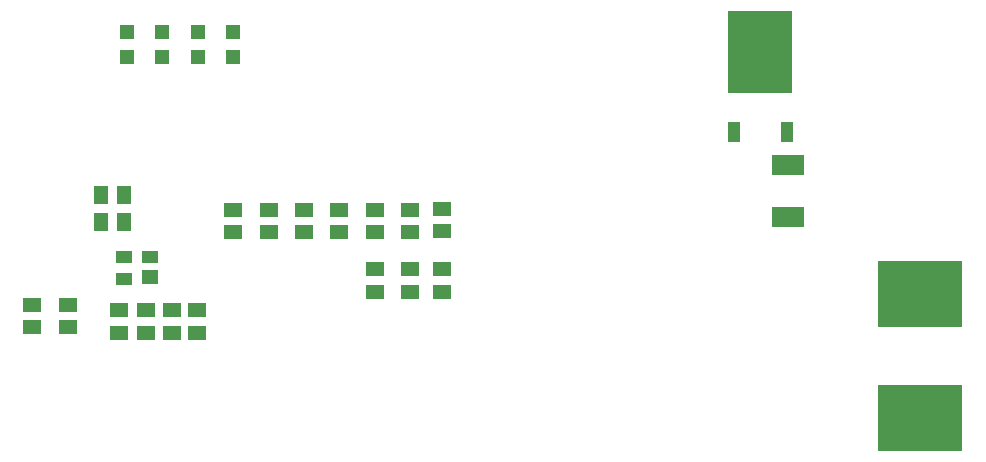
<source format=gbl>
G04 EAGLE Gerber RS-274X export*
G75*
%MOMM*%
%FSLAX34Y34*%
%LPD*%
%INSolderpaste Top*%
%IPPOS*%
%AMOC8*
5,1,8,0,0,1.08239X$1,22.5*%
G01*
%ADD10R,1.500000X1.300000*%
%ADD11R,1.440000X1.000000*%
%ADD12R,1.440000X1.200000*%
%ADD13R,1.300000X1.500000*%
%ADD14R,0.973900X1.717900*%
%ADD15R,5.543900X7.000900*%
%ADD16R,2.700000X1.800000*%
%ADD17R,7.230000X5.600000*%
%ADD18R,1.200000X1.200000*%


D10*
X430000Y409500D03*
X430000Y390500D03*
X430000Y459500D03*
X430000Y440500D03*
X457000Y409500D03*
X457000Y390500D03*
X457000Y460500D03*
X457000Y441500D03*
X206000Y374500D03*
X206000Y355500D03*
X228000Y355500D03*
X228000Y374500D03*
X400500Y409500D03*
X400500Y390500D03*
X400500Y459500D03*
X400500Y440500D03*
X280000Y459500D03*
X280000Y440500D03*
X310000Y459500D03*
X310000Y440500D03*
X340000Y440500D03*
X340000Y459500D03*
X370000Y440500D03*
X370000Y459500D03*
X249000Y374500D03*
X249000Y355500D03*
D11*
X188000Y401000D03*
X210000Y420000D03*
D12*
X210000Y403000D03*
D11*
X188000Y420000D03*
D10*
X183000Y355500D03*
X183000Y374500D03*
D13*
X187500Y472000D03*
X168500Y472000D03*
X187500Y449000D03*
X168500Y449000D03*
D14*
X703700Y525459D03*
X749300Y525459D03*
D15*
X726500Y593126D03*
D16*
X749500Y454000D03*
X749500Y498000D03*
D17*
X861500Y388500D03*
X861500Y283500D03*
D18*
X190000Y589500D03*
X190000Y610500D03*
X220000Y589500D03*
X220000Y610500D03*
X280000Y589500D03*
X280000Y610500D03*
D10*
X140000Y360500D03*
X140000Y379500D03*
D18*
X250000Y589500D03*
X250000Y610500D03*
D10*
X110000Y360500D03*
X110000Y379500D03*
M02*

</source>
